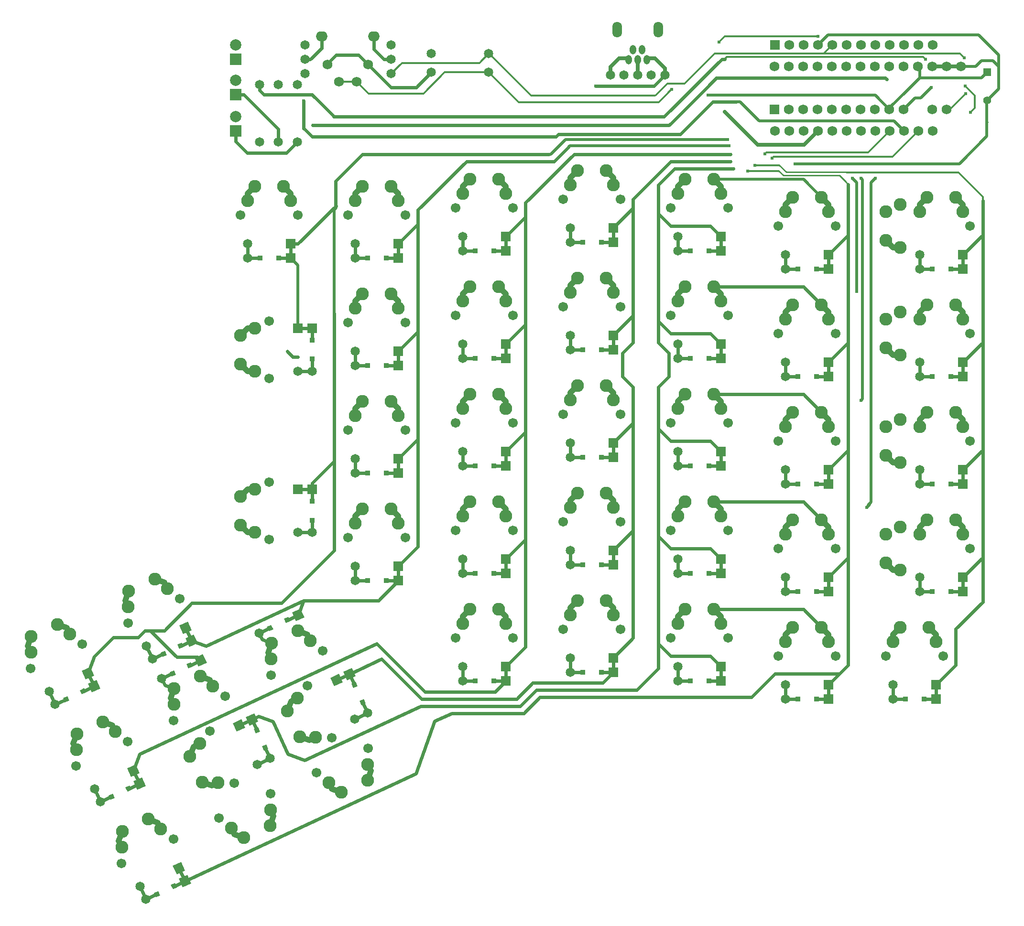
<source format=gbr>
G04 #@! TF.FileFunction,Copper,L1,Top,Signal*
%FSLAX46Y46*%
G04 Gerber Fmt 4.6, Leading zero omitted, Abs format (unit mm)*
G04 Created by KiCad (PCBNEW 4.0.2-stable) date 2016/08/25 14:06:43*
%MOMM*%
G01*
G04 APERTURE LIST*
%ADD10C,0.150000*%
%ADD11C,0.609600*%
%ADD12C,1.651000*%
%ADD13C,2.286000*%
%ADD14C,1.701800*%
%ADD15R,1.752600X1.752600*%
%ADD16C,1.752600*%
%ADD17O,2.057400X1.752600*%
%ADD18R,1.651000X1.651000*%
%ADD19R,0.838200X0.838200*%
%ADD20R,2.000000X2.000000*%
%ADD21C,2.000000*%
%ADD22O,1.143000X1.651000*%
%ADD23O,1.701800X2.794000*%
%ADD24R,1.400000X1.400000*%
%ADD25C,1.400000*%
%ADD26C,2.283460*%
%ADD27C,2.280920*%
%ADD28C,0.609600*%
%ADD29C,0.254000*%
%ADD30C,0.304800*%
%ADD31C,0.508000*%
%ADD32C,1.016000*%
%ADD33C,0.406400*%
%ADD34C,0.812800*%
%ADD35C,0.711200*%
G04 APERTURE END LIST*
D10*
D11*
X53341367Y-147187736D02*
X55286576Y-146280670D01*
X58302224Y-144874450D02*
X60247433Y-143967384D01*
X70605747Y-139135936D02*
X72550956Y-138228870D01*
X75566604Y-136822650D02*
X77511813Y-135915584D01*
X68580000Y-72720200D02*
X70726300Y-72720200D01*
X74053700Y-72720200D02*
X76200000Y-72720200D01*
X80010000Y-92720160D02*
X80010000Y-90573860D01*
X80010000Y-87246460D02*
X80010000Y-85100160D01*
X80010000Y-121295160D02*
X80010000Y-119148860D01*
X80010000Y-115821460D02*
X80010000Y-113675160D01*
X182880000Y-150822660D02*
X185026300Y-150822660D01*
X188353700Y-150822660D02*
X190500000Y-150822660D01*
X87630000Y-91767660D02*
X89776300Y-91767660D01*
X93103700Y-91767660D02*
X95250000Y-91767660D01*
X42515518Y-169049321D02*
X44460727Y-168142255D01*
X47476375Y-166736035D02*
X49421584Y-165828970D01*
X50567318Y-186316241D02*
X52512527Y-185409175D01*
X55528175Y-184002955D02*
X57473384Y-183095890D01*
X34466258Y-151784941D02*
X36411467Y-150877875D01*
X39427115Y-149471655D02*
X41372324Y-148564590D01*
X51730638Y-143735681D02*
X53675847Y-142828615D01*
X56691495Y-141422395D02*
X58636704Y-140515330D01*
X163830000Y-74625200D02*
X165976300Y-74625200D01*
X169303700Y-74625200D02*
X171450000Y-74625200D01*
X144780000Y-71447660D02*
X146926300Y-71447660D01*
X150253700Y-71447660D02*
X152400000Y-71447660D01*
X125730000Y-69850000D02*
X127876300Y-69850000D01*
X131203700Y-69850000D02*
X133350000Y-69850000D01*
X106680000Y-71447660D02*
X108826300Y-71447660D01*
X112153700Y-71447660D02*
X114300000Y-71447660D01*
X144780000Y-147647660D02*
X146926300Y-147647660D01*
X150253700Y-147647660D02*
X152400000Y-147647660D01*
X163830000Y-93672660D02*
X165976300Y-93672660D01*
X169303700Y-93672660D02*
X171450000Y-93672660D01*
X125730000Y-88900000D02*
X127876300Y-88900000D01*
X131203700Y-88900000D02*
X133350000Y-88900000D01*
X106680000Y-90497660D02*
X108826300Y-90497660D01*
X112153700Y-90497660D02*
X114300000Y-90497660D01*
X163830000Y-112722660D02*
X165976300Y-112722660D01*
X169303700Y-112722660D02*
X171450000Y-112722660D01*
X144780000Y-109547660D02*
X146926300Y-109547660D01*
X150253700Y-109547660D02*
X152400000Y-109547660D01*
X125730000Y-107950000D02*
X127876300Y-107950000D01*
X131203700Y-107950000D02*
X133350000Y-107950000D01*
X106680000Y-109547660D02*
X108826300Y-109547660D01*
X112153700Y-109547660D02*
X114300000Y-109547660D01*
X87630000Y-110817660D02*
X89776300Y-110817660D01*
X93103700Y-110817660D02*
X95250000Y-110817660D01*
X163830000Y-131772660D02*
X165976300Y-131772660D01*
X169303700Y-131772660D02*
X171450000Y-131772660D01*
X144780000Y-128597660D02*
X146926300Y-128597660D01*
X150253700Y-128597660D02*
X152400000Y-128597660D01*
X125730000Y-127000000D02*
X127876300Y-127000000D01*
X131203700Y-127000000D02*
X133350000Y-127000000D01*
X106680000Y-128597660D02*
X108826300Y-128597660D01*
X112153700Y-128597660D02*
X114300000Y-128597660D01*
X87630000Y-129867660D02*
X89776300Y-129867660D01*
X93103700Y-129867660D02*
X95250000Y-129867660D01*
X163830000Y-150822660D02*
X165976300Y-150822660D01*
X169303700Y-150822660D02*
X171450000Y-150822660D01*
X125730000Y-146050000D02*
X127876300Y-146050000D01*
X131203700Y-146050000D02*
X133350000Y-146050000D01*
X106680000Y-147647660D02*
X108826300Y-147647660D01*
X112153700Y-147647660D02*
X114300000Y-147647660D01*
X89819101Y-153298162D02*
X88912035Y-151352953D01*
X87505815Y-148337305D02*
X86598750Y-146392096D01*
X72554721Y-161349962D02*
X71647655Y-159404753D01*
X70241435Y-156389105D02*
X69334370Y-154443896D01*
X144780000Y-90497660D02*
X146926300Y-90497660D01*
X150253700Y-90497660D02*
X152400000Y-90497660D01*
X87630000Y-72720200D02*
X89776300Y-72720200D01*
X93103700Y-72720200D02*
X95250000Y-72720200D01*
X187642500Y-131772660D02*
X189788800Y-131772660D01*
X193116200Y-131772660D02*
X195262500Y-131772660D01*
X187642500Y-112722660D02*
X189788800Y-112722660D01*
X193116200Y-112722660D02*
X195262500Y-112722660D01*
X187642500Y-93672660D02*
X189788800Y-93672660D01*
X193116200Y-93672660D02*
X195262500Y-93672660D01*
X187642500Y-74625200D02*
X189788800Y-74625200D01*
X193116200Y-74625200D02*
X195262500Y-74625200D01*
D12*
X78740000Y-40005000D03*
X78740000Y-37465000D03*
X78740000Y-34925000D03*
X93980000Y-40005000D03*
X93980000Y-37465000D03*
X93980000Y-34925000D03*
X53341367Y-147187736D03*
D10*
G36*
X55083862Y-146837623D02*
X54729623Y-146077956D01*
X55489290Y-145723717D01*
X55843529Y-146483384D01*
X55083862Y-146837623D01*
X55083862Y-146837623D01*
G37*
G36*
X59848147Y-145064412D02*
X59150405Y-143568098D01*
X60646719Y-142870356D01*
X61344461Y-144366670D01*
X59848147Y-145064412D01*
X59848147Y-145064412D01*
G37*
G36*
X58099510Y-145431403D02*
X57745271Y-144671736D01*
X58504938Y-144317497D01*
X58859177Y-145077164D01*
X58099510Y-145431403D01*
X58099510Y-145431403D01*
G37*
D12*
X70605747Y-139135936D03*
D10*
G36*
X72348242Y-138785823D02*
X71994003Y-138026156D01*
X72753670Y-137671917D01*
X73107909Y-138431584D01*
X72348242Y-138785823D01*
X72348242Y-138785823D01*
G37*
G36*
X77112527Y-137012612D02*
X76414785Y-135516298D01*
X77911099Y-134818556D01*
X78608841Y-136314870D01*
X77112527Y-137012612D01*
X77112527Y-137012612D01*
G37*
G36*
X75363890Y-137379603D02*
X75009651Y-136619936D01*
X75769318Y-136265697D01*
X76123557Y-137025364D01*
X75363890Y-137379603D01*
X75363890Y-137379603D01*
G37*
D13*
X77434621Y-138754526D03*
X72753017Y-143740174D03*
D14*
X72675456Y-146578921D03*
X81883544Y-142285119D03*
D13*
X79659082Y-140519823D03*
X72830577Y-140901427D03*
X60170241Y-146806326D03*
X55488637Y-151791974D03*
D14*
X55411076Y-154630721D03*
X64619164Y-150336919D03*
D13*
X62394702Y-148571623D03*
X55566197Y-148953227D03*
X85176179Y-167376434D03*
X89857783Y-162390786D03*
D14*
X89935344Y-159552039D03*
X80727256Y-163845841D03*
D13*
X82951718Y-165611137D03*
X89780223Y-165229533D03*
X67909259Y-175425694D03*
X72590863Y-170440046D03*
D14*
X72668424Y-167601299D03*
X63460336Y-171895101D03*
D13*
X65684798Y-173660397D03*
X72513303Y-173278793D03*
D12*
X70665000Y-41985000D03*
X70665000Y-52145000D03*
X73965000Y-41985000D03*
X73965000Y-52145000D03*
X77365000Y-41985000D03*
X77365000Y-52145000D03*
X101085000Y-36465000D03*
X111245000Y-36465000D03*
X101092000Y-39751000D03*
X111252000Y-39751000D03*
D15*
X161925000Y-34925000D03*
D16*
X164465000Y-34925000D03*
X167005000Y-34925000D03*
X169545000Y-34925000D03*
X172085000Y-34925000D03*
X174625000Y-34925000D03*
X177165000Y-34925000D03*
X179705000Y-34925000D03*
X182245000Y-34925000D03*
X184785000Y-34925000D03*
X187325000Y-34925000D03*
X189865000Y-34925000D03*
X189865000Y-50165000D03*
X187325000Y-50165000D03*
X184785000Y-50165000D03*
X182245000Y-50165000D03*
X179705000Y-50165000D03*
X177165000Y-50165000D03*
X174625000Y-50165000D03*
X167005000Y-50165000D03*
X164465000Y-50165000D03*
X161925000Y-50165000D03*
X172085000Y-50165000D03*
X169545000Y-50165000D03*
D17*
X90957400Y-33375600D03*
D16*
X82702400Y-38379400D03*
X87909400Y-41478200D03*
D17*
X81661000Y-33375600D03*
D16*
X84709000Y-41478200D03*
X89916000Y-38379400D03*
D13*
X74930000Y-60020200D03*
X68580000Y-62560200D03*
D14*
X67310000Y-65100200D03*
X77470000Y-65100200D03*
D13*
X76200000Y-62560200D03*
X69850000Y-60020200D03*
D12*
X68580000Y-70180200D03*
D18*
X76200000Y-70180200D03*
D12*
X68580000Y-72720200D03*
D18*
X76200000Y-72720200D03*
D19*
X70726300Y-72720200D03*
X74053700Y-72720200D03*
D13*
X67310000Y-86370160D03*
X69850000Y-92720160D03*
D14*
X72390000Y-93990160D03*
X72390000Y-83830160D03*
D13*
X69850000Y-85100160D03*
X67310000Y-91450160D03*
D12*
X77470000Y-92720160D03*
D18*
X77470000Y-85100160D03*
D12*
X80010000Y-92720160D03*
D18*
X80010000Y-85100160D03*
D19*
X80010000Y-90573860D03*
X80010000Y-87246460D03*
D13*
X67310000Y-114945160D03*
X69850000Y-121295160D03*
D14*
X72390000Y-122565160D03*
X72390000Y-112405160D03*
D13*
X69850000Y-113675160D03*
X67310000Y-120025160D03*
D12*
X77470000Y-121295160D03*
D18*
X77470000Y-113675160D03*
D12*
X80010000Y-121295160D03*
D18*
X80010000Y-113675160D03*
D19*
X80010000Y-119148860D03*
X80010000Y-115821460D03*
D13*
X189230000Y-138122660D03*
X182880000Y-140662660D03*
D14*
X181610000Y-143202660D03*
X191770000Y-143202660D03*
D13*
X190500000Y-140662660D03*
X184150000Y-138122660D03*
D12*
X182880000Y-148282660D03*
D18*
X190500000Y-148282660D03*
D12*
X182880000Y-150822660D03*
D18*
X190500000Y-150822660D03*
D19*
X185026300Y-150822660D03*
X188353700Y-150822660D03*
D13*
X93980000Y-79067660D03*
X87630000Y-81607660D03*
D14*
X86360000Y-84147660D03*
X96520000Y-84147660D03*
D13*
X95250000Y-81607660D03*
X88900000Y-79067660D03*
D12*
X87630000Y-89227660D03*
D18*
X95250000Y-89227660D03*
D12*
X87630000Y-91767660D03*
D18*
X95250000Y-91767660D03*
D19*
X89776300Y-91767660D03*
X93103700Y-91767660D03*
D13*
X42903321Y-154855586D03*
X38221717Y-159841234D03*
D14*
X38144156Y-162679981D03*
X47352244Y-158386179D03*
D13*
X45127782Y-156620883D03*
X38299277Y-157002487D03*
D12*
X41442068Y-166747299D03*
D10*
G36*
X47948847Y-164623976D02*
X47251105Y-163127662D01*
X48747419Y-162429920D01*
X49445161Y-163926234D01*
X47948847Y-164623976D01*
X47948847Y-164623976D01*
G37*
D12*
X42515518Y-169049321D03*
D10*
G36*
X49022298Y-166925998D02*
X48324556Y-165429684D01*
X49820870Y-164731942D01*
X50518612Y-166228256D01*
X49022298Y-166925998D01*
X49022298Y-166925998D01*
G37*
G36*
X44258013Y-168699208D02*
X43903774Y-167939541D01*
X44663441Y-167585302D01*
X45017680Y-168344969D01*
X44258013Y-168699208D01*
X44258013Y-168699208D01*
G37*
G36*
X47273661Y-167292988D02*
X46919422Y-166533321D01*
X47679089Y-166179082D01*
X48033328Y-166938749D01*
X47273661Y-167292988D01*
X47273661Y-167292988D01*
G37*
D13*
X50955121Y-172122506D03*
X46273517Y-177108154D03*
D14*
X46195956Y-179946901D03*
X55404044Y-175653099D03*
D13*
X53179582Y-173887803D03*
X46351077Y-174269407D03*
D12*
X49493868Y-184014219D03*
D10*
G36*
X56000647Y-181890896D02*
X55302905Y-180394582D01*
X56799219Y-179696840D01*
X57496961Y-181193154D01*
X56000647Y-181890896D01*
X56000647Y-181890896D01*
G37*
D12*
X50567318Y-186316241D03*
D10*
G36*
X57074098Y-184192918D02*
X56376356Y-182696604D01*
X57872670Y-181998862D01*
X58570412Y-183495176D01*
X57074098Y-184192918D01*
X57074098Y-184192918D01*
G37*
G36*
X52309813Y-185966128D02*
X51955574Y-185206461D01*
X52715241Y-184852222D01*
X53069480Y-185611889D01*
X52309813Y-185966128D01*
X52309813Y-185966128D01*
G37*
G36*
X55325461Y-184559908D02*
X54971222Y-183800241D01*
X55730889Y-183446002D01*
X56085128Y-184205669D01*
X55325461Y-184559908D01*
X55325461Y-184559908D01*
G37*
D13*
X34854061Y-137591206D03*
X30172457Y-142576854D03*
D14*
X30094896Y-145415601D03*
X39302984Y-141121799D03*
D13*
X37078522Y-139356503D03*
X30250017Y-139738107D03*
D12*
X33392808Y-149482919D03*
D10*
G36*
X39899587Y-147359596D02*
X39201845Y-145863282D01*
X40698159Y-145165540D01*
X41395901Y-146661854D01*
X39899587Y-147359596D01*
X39899587Y-147359596D01*
G37*
D12*
X34466258Y-151784941D03*
D10*
G36*
X40973038Y-149661618D02*
X40275296Y-148165304D01*
X41771610Y-147467562D01*
X42469352Y-148963876D01*
X40973038Y-149661618D01*
X40973038Y-149661618D01*
G37*
G36*
X36208753Y-151434828D02*
X35854514Y-150675161D01*
X36614181Y-150320922D01*
X36968420Y-151080589D01*
X36208753Y-151434828D01*
X36208753Y-151434828D01*
G37*
G36*
X39224401Y-150028608D02*
X38870162Y-149268941D01*
X39629829Y-148914702D01*
X39984068Y-149674369D01*
X39224401Y-150028608D01*
X39224401Y-150028608D01*
G37*
D13*
X52118441Y-129541946D03*
X47436837Y-134527594D03*
D14*
X47359276Y-137366341D03*
X56567364Y-133072539D03*
D13*
X54342902Y-131307243D03*
X47514397Y-131688847D03*
D12*
X50657188Y-141433659D03*
D10*
G36*
X57163967Y-139310336D02*
X56466225Y-137814022D01*
X57962539Y-137116280D01*
X58660281Y-138612594D01*
X57163967Y-139310336D01*
X57163967Y-139310336D01*
G37*
D12*
X51730638Y-143735681D03*
D10*
G36*
X58237418Y-141612358D02*
X57539676Y-140116044D01*
X59035990Y-139418302D01*
X59733732Y-140914616D01*
X58237418Y-141612358D01*
X58237418Y-141612358D01*
G37*
G36*
X53473133Y-143385568D02*
X53118894Y-142625901D01*
X53878561Y-142271662D01*
X54232800Y-143031329D01*
X53473133Y-143385568D01*
X53473133Y-143385568D01*
G37*
G36*
X56488781Y-141979348D02*
X56134542Y-141219681D01*
X56894209Y-140865442D01*
X57248448Y-141625109D01*
X56488781Y-141979348D01*
X56488781Y-141979348D01*
G37*
D13*
X170180000Y-61925200D03*
X163830000Y-64465200D03*
D14*
X162560000Y-67005200D03*
X172720000Y-67005200D03*
D13*
X171450000Y-64465200D03*
X165100000Y-61925200D03*
D12*
X163830000Y-72085200D03*
D18*
X171450000Y-72085200D03*
D12*
X163830000Y-74625200D03*
D18*
X171450000Y-74625200D03*
D19*
X165976300Y-74625200D03*
X169303700Y-74625200D03*
D13*
X151130000Y-58747660D03*
X144780000Y-61287660D03*
D14*
X143510000Y-63827660D03*
X153670000Y-63827660D03*
D13*
X152400000Y-61287660D03*
X146050000Y-58747660D03*
D12*
X144780000Y-68907660D03*
D18*
X152400000Y-68907660D03*
D12*
X144780000Y-71447660D03*
D18*
X152400000Y-71447660D03*
D19*
X146926300Y-71447660D03*
X150253700Y-71447660D03*
D13*
X132080000Y-57150000D03*
X125730000Y-59690000D03*
D14*
X124460000Y-62230000D03*
X134620000Y-62230000D03*
D13*
X133350000Y-59690000D03*
X127000000Y-57150000D03*
D12*
X125730000Y-67310000D03*
D18*
X133350000Y-67310000D03*
D12*
X125730000Y-69850000D03*
D18*
X133350000Y-69850000D03*
D19*
X127876300Y-69850000D03*
X131203700Y-69850000D03*
D13*
X113030000Y-58747660D03*
X106680000Y-61287660D03*
D14*
X105410000Y-63827660D03*
X115570000Y-63827660D03*
D13*
X114300000Y-61287660D03*
X107950000Y-58747660D03*
D12*
X106680000Y-68907660D03*
D18*
X114300000Y-68907660D03*
D12*
X106680000Y-71447660D03*
D18*
X114300000Y-71447660D03*
D19*
X108826300Y-71447660D03*
X112153700Y-71447660D03*
D13*
X151130000Y-134947660D03*
X144780000Y-137487660D03*
D14*
X143510000Y-140027660D03*
X153670000Y-140027660D03*
D13*
X152400000Y-137487660D03*
X146050000Y-134947660D03*
D12*
X144780000Y-145107660D03*
D18*
X152400000Y-145107660D03*
D12*
X144780000Y-147647660D03*
D18*
X152400000Y-147647660D03*
D19*
X146926300Y-147647660D03*
X150253700Y-147647660D03*
D13*
X170180000Y-80972660D03*
X163830000Y-83512660D03*
D14*
X162560000Y-86052660D03*
X172720000Y-86052660D03*
D13*
X171450000Y-83512660D03*
X165100000Y-80972660D03*
D12*
X163830000Y-91132660D03*
D18*
X171450000Y-91132660D03*
D12*
X163830000Y-93672660D03*
D18*
X171450000Y-93672660D03*
D19*
X165976300Y-93672660D03*
X169303700Y-93672660D03*
D13*
X132080000Y-76200000D03*
X125730000Y-78740000D03*
D14*
X124460000Y-81280000D03*
X134620000Y-81280000D03*
D13*
X133350000Y-78740000D03*
X127000000Y-76200000D03*
D12*
X125730000Y-86360000D03*
D18*
X133350000Y-86360000D03*
D12*
X125730000Y-88900000D03*
D18*
X133350000Y-88900000D03*
D19*
X127876300Y-88900000D03*
X131203700Y-88900000D03*
D13*
X113030000Y-77797660D03*
X106680000Y-80337660D03*
D14*
X105410000Y-82877660D03*
X115570000Y-82877660D03*
D13*
X114300000Y-80337660D03*
X107950000Y-77797660D03*
D12*
X106680000Y-87957660D03*
D18*
X114300000Y-87957660D03*
D12*
X106680000Y-90497660D03*
D18*
X114300000Y-90497660D03*
D19*
X108826300Y-90497660D03*
X112153700Y-90497660D03*
D13*
X170180000Y-100022660D03*
X163830000Y-102562660D03*
D14*
X162560000Y-105102660D03*
X172720000Y-105102660D03*
D13*
X171450000Y-102562660D03*
X165100000Y-100022660D03*
D12*
X163830000Y-110182660D03*
D18*
X171450000Y-110182660D03*
D12*
X163830000Y-112722660D03*
D18*
X171450000Y-112722660D03*
D19*
X165976300Y-112722660D03*
X169303700Y-112722660D03*
D13*
X151130000Y-96847660D03*
X144780000Y-99387660D03*
D14*
X143510000Y-101927660D03*
X153670000Y-101927660D03*
D13*
X152400000Y-99387660D03*
X146050000Y-96847660D03*
D12*
X144780000Y-107007660D03*
D18*
X152400000Y-107007660D03*
D12*
X144780000Y-109547660D03*
D18*
X152400000Y-109547660D03*
D19*
X146926300Y-109547660D03*
X150253700Y-109547660D03*
D13*
X132080000Y-95250000D03*
X125730000Y-97790000D03*
D14*
X124460000Y-100330000D03*
X134620000Y-100330000D03*
D13*
X133350000Y-97790000D03*
X127000000Y-95250000D03*
D12*
X125730000Y-105410000D03*
D18*
X133350000Y-105410000D03*
D12*
X125730000Y-107950000D03*
D18*
X133350000Y-107950000D03*
D19*
X127876300Y-107950000D03*
X131203700Y-107950000D03*
D13*
X113030000Y-96847660D03*
X106680000Y-99387660D03*
D14*
X105410000Y-101927660D03*
X115570000Y-101927660D03*
D13*
X114300000Y-99387660D03*
X107950000Y-96847660D03*
D12*
X106680000Y-107007660D03*
D18*
X114300000Y-107007660D03*
D12*
X106680000Y-109547660D03*
D18*
X114300000Y-109547660D03*
D19*
X108826300Y-109547660D03*
X112153700Y-109547660D03*
D13*
X93980000Y-98117660D03*
X87630000Y-100657660D03*
D14*
X86360000Y-103197660D03*
X96520000Y-103197660D03*
D13*
X95250000Y-100657660D03*
X88900000Y-98117660D03*
D12*
X87630000Y-108277660D03*
D18*
X95250000Y-108277660D03*
D12*
X87630000Y-110817660D03*
D18*
X95250000Y-110817660D03*
D19*
X89776300Y-110817660D03*
X93103700Y-110817660D03*
D13*
X170180000Y-119072660D03*
X163830000Y-121612660D03*
D14*
X162560000Y-124152660D03*
X172720000Y-124152660D03*
D13*
X171450000Y-121612660D03*
X165100000Y-119072660D03*
D12*
X163830000Y-129232660D03*
D18*
X171450000Y-129232660D03*
D12*
X163830000Y-131772660D03*
D18*
X171450000Y-131772660D03*
D19*
X165976300Y-131772660D03*
X169303700Y-131772660D03*
D13*
X151130000Y-115897660D03*
X144780000Y-118437660D03*
D14*
X143510000Y-120977660D03*
X153670000Y-120977660D03*
D13*
X152400000Y-118437660D03*
X146050000Y-115897660D03*
D12*
X144780000Y-126057660D03*
D18*
X152400000Y-126057660D03*
D12*
X144780000Y-128597660D03*
D18*
X152400000Y-128597660D03*
D19*
X146926300Y-128597660D03*
X150253700Y-128597660D03*
D13*
X132080000Y-114300000D03*
X125730000Y-116840000D03*
D14*
X124460000Y-119380000D03*
X134620000Y-119380000D03*
D13*
X133350000Y-116840000D03*
X127000000Y-114300000D03*
D12*
X125730000Y-124460000D03*
D18*
X133350000Y-124460000D03*
D12*
X125730000Y-127000000D03*
D18*
X133350000Y-127000000D03*
D19*
X127876300Y-127000000D03*
X131203700Y-127000000D03*
D13*
X113030000Y-115897660D03*
X106680000Y-118437660D03*
D14*
X105410000Y-120977660D03*
X115570000Y-120977660D03*
D13*
X114300000Y-118437660D03*
X107950000Y-115897660D03*
D12*
X106680000Y-126057660D03*
D18*
X114300000Y-126057660D03*
D12*
X106680000Y-128597660D03*
D18*
X114300000Y-128597660D03*
D19*
X108826300Y-128597660D03*
X112153700Y-128597660D03*
D13*
X93980000Y-117167660D03*
X87630000Y-119707660D03*
D14*
X86360000Y-122247660D03*
X96520000Y-122247660D03*
D13*
X95250000Y-119707660D03*
X88900000Y-117167660D03*
D12*
X87630000Y-127327660D03*
D18*
X95250000Y-127327660D03*
D12*
X87630000Y-129867660D03*
D18*
X95250000Y-129867660D03*
D19*
X89776300Y-129867660D03*
X93103700Y-129867660D03*
D13*
X170180000Y-138122660D03*
X163830000Y-140662660D03*
D14*
X162560000Y-143202660D03*
X172720000Y-143202660D03*
D13*
X171450000Y-140662660D03*
X165100000Y-138122660D03*
D12*
X163830000Y-148282660D03*
D18*
X171450000Y-148282660D03*
D12*
X163830000Y-150822660D03*
D18*
X171450000Y-150822660D03*
D19*
X165976300Y-150822660D03*
X169303700Y-150822660D03*
D13*
X132080000Y-133350000D03*
X125730000Y-135890000D03*
D14*
X124460000Y-138430000D03*
X134620000Y-138430000D03*
D13*
X133350000Y-135890000D03*
X127000000Y-133350000D03*
D12*
X125730000Y-143510000D03*
D18*
X133350000Y-143510000D03*
D12*
X125730000Y-146050000D03*
D18*
X133350000Y-146050000D03*
D19*
X127876300Y-146050000D03*
X131203700Y-146050000D03*
D13*
X113030000Y-134947660D03*
X106680000Y-137487660D03*
D14*
X105410000Y-140027660D03*
X115570000Y-140027660D03*
D13*
X114300000Y-137487660D03*
X107950000Y-134947660D03*
D12*
X106680000Y-145107660D03*
D18*
X114300000Y-145107660D03*
D12*
X106680000Y-147647660D03*
D18*
X114300000Y-147647660D03*
D19*
X108826300Y-147647660D03*
X112153700Y-147647660D03*
D13*
X75625366Y-152910359D03*
X80611014Y-157591963D03*
D14*
X83449761Y-157669524D03*
X79155959Y-148461436D03*
D13*
X77390663Y-150685898D03*
X77772267Y-157514403D03*
D12*
X87517079Y-154371612D03*
D10*
G36*
X85393756Y-147864833D02*
X83897442Y-148562575D01*
X83199700Y-147066261D01*
X84696014Y-146368519D01*
X85393756Y-147864833D01*
X85393756Y-147864833D01*
G37*
D12*
X89819101Y-153298162D03*
D10*
G36*
X87695778Y-146791382D02*
X86199464Y-147489124D01*
X85501722Y-145992810D01*
X86998036Y-145295068D01*
X87695778Y-146791382D01*
X87695778Y-146791382D01*
G37*
G36*
X89468988Y-151555667D02*
X88709321Y-151909906D01*
X88355082Y-151150239D01*
X89114749Y-150796000D01*
X89468988Y-151555667D01*
X89468988Y-151555667D01*
G37*
G36*
X88062768Y-148540019D02*
X87303101Y-148894258D01*
X86948862Y-148134591D01*
X87708529Y-147780352D01*
X88062768Y-148540019D01*
X88062768Y-148540019D01*
G37*
D13*
X58360986Y-160962159D03*
X63346634Y-165643763D03*
D14*
X66185381Y-165721324D03*
X61891579Y-156513236D03*
D13*
X60126283Y-158737698D03*
X60507887Y-165566203D03*
D12*
X70252699Y-162423412D03*
D10*
G36*
X68129376Y-155916633D02*
X66633062Y-156614375D01*
X65935320Y-155118061D01*
X67431634Y-154420319D01*
X68129376Y-155916633D01*
X68129376Y-155916633D01*
G37*
D12*
X72554721Y-161349962D03*
D10*
G36*
X70431398Y-154843182D02*
X68935084Y-155540924D01*
X68237342Y-154044610D01*
X69733656Y-153346868D01*
X70431398Y-154843182D01*
X70431398Y-154843182D01*
G37*
G36*
X72204608Y-159607467D02*
X71444941Y-159961706D01*
X71090702Y-159202039D01*
X71850369Y-158847800D01*
X72204608Y-159607467D01*
X72204608Y-159607467D01*
G37*
G36*
X70798388Y-156591819D02*
X70038721Y-156946058D01*
X69684482Y-156186391D01*
X70444149Y-155832152D01*
X70798388Y-156591819D01*
X70798388Y-156591819D01*
G37*
D13*
X151130000Y-77797660D03*
X144780000Y-80337660D03*
D14*
X143510000Y-82877660D03*
X153670000Y-82877660D03*
D13*
X152400000Y-80337660D03*
X146050000Y-77797660D03*
D12*
X144780000Y-87957660D03*
D18*
X152400000Y-87957660D03*
D12*
X144780000Y-90497660D03*
D18*
X152400000Y-90497660D03*
D19*
X146926300Y-90497660D03*
X150253700Y-90497660D03*
D13*
X93980000Y-60020200D03*
X87630000Y-62560200D03*
D14*
X86360000Y-65100200D03*
X96520000Y-65100200D03*
D13*
X95250000Y-62560200D03*
X88900000Y-60020200D03*
D12*
X87630000Y-70180200D03*
D18*
X95250000Y-70180200D03*
D12*
X87630000Y-72720200D03*
D18*
X95250000Y-72720200D03*
D19*
X89776300Y-72720200D03*
X93103700Y-72720200D03*
D16*
X164450000Y-46330000D03*
X166990000Y-46330000D03*
X169530000Y-46330000D03*
X172070000Y-46330000D03*
X174610000Y-46330000D03*
X177150000Y-46330000D03*
X179690000Y-46330000D03*
X182230000Y-46330000D03*
X184770000Y-46330000D03*
X189850000Y-46330000D03*
X192390000Y-46330000D03*
D15*
X161910000Y-46330000D03*
D16*
X194930000Y-38710000D03*
X192390000Y-38710000D03*
X189850000Y-38710000D03*
X187310000Y-38710000D03*
X184770000Y-38710000D03*
X182230000Y-38710000D03*
X179690000Y-38710000D03*
X177150000Y-38710000D03*
X174610000Y-38710000D03*
X172070000Y-38710000D03*
X169530000Y-38710000D03*
X166990000Y-38710000D03*
X164450000Y-38710000D03*
X161910000Y-38710000D03*
D20*
X66465000Y-37465000D03*
D21*
X66465000Y-34925000D03*
D20*
X66465000Y-43765000D03*
D21*
X66465000Y-41225000D03*
D20*
X66465000Y-50165000D03*
D21*
X66465000Y-47625000D03*
D22*
X136042400Y-37553900D03*
X136842500Y-35806380D03*
X137642600Y-37553900D03*
X138442700Y-35806380D03*
X139242800Y-37553900D03*
D23*
X141290040Y-32230060D03*
X133995160Y-32230060D03*
D12*
X135229600Y-40259000D03*
X132816600Y-40259000D03*
X137642600Y-40259000D03*
X142468600Y-40259000D03*
X140055600Y-40259000D03*
D24*
X199517000Y-39751000D03*
D25*
X199517000Y-44751000D03*
D13*
X193992500Y-119072660D03*
X187642500Y-121612660D03*
D14*
X196532500Y-124152660D03*
D26*
X195262500Y-121612660D03*
D13*
X188912500Y-119072660D03*
D12*
X187642500Y-129232660D03*
D18*
X195262500Y-129232660D03*
D12*
X187642500Y-131772660D03*
D18*
X195262500Y-131772660D03*
D19*
X189788800Y-131772660D03*
X193116200Y-131772660D03*
D27*
X181610000Y-121612660D03*
X184150000Y-120342660D03*
X184150000Y-127962660D03*
X181610000Y-126692660D03*
D13*
X193992500Y-100022660D03*
X187642500Y-102562660D03*
D14*
X196532500Y-105102660D03*
D26*
X195262500Y-102562660D03*
D13*
X188912500Y-100022660D03*
D12*
X187642500Y-110182660D03*
D18*
X195262500Y-110182660D03*
D12*
X187642500Y-112722660D03*
D18*
X195262500Y-112722660D03*
D19*
X189788800Y-112722660D03*
X193116200Y-112722660D03*
D27*
X181610000Y-102562660D03*
X184150000Y-101292660D03*
X184150000Y-108912660D03*
X181610000Y-107642660D03*
D13*
X193992500Y-80972660D03*
X187642500Y-83512660D03*
D14*
X196532500Y-86052660D03*
D26*
X195262500Y-83512660D03*
D13*
X188912500Y-80972660D03*
D12*
X187642500Y-91132660D03*
D18*
X195262500Y-91132660D03*
D12*
X187642500Y-93672660D03*
D18*
X195262500Y-93672660D03*
D19*
X189788800Y-93672660D03*
X193116200Y-93672660D03*
D27*
X181610000Y-83512660D03*
X184150000Y-82242660D03*
X184150000Y-89862660D03*
X181610000Y-88592660D03*
D13*
X193992500Y-61925200D03*
X187642500Y-64465200D03*
D14*
X196532500Y-67005200D03*
D26*
X195262500Y-64465200D03*
D13*
X188912500Y-61925200D03*
D12*
X187642500Y-72085200D03*
D18*
X195262500Y-72085200D03*
D12*
X187642500Y-74625200D03*
D18*
X195262500Y-74625200D03*
D19*
X189788800Y-74625200D03*
X193116200Y-74625200D03*
D27*
X181610000Y-64465200D03*
X184150000Y-63195200D03*
X184150000Y-70815200D03*
X181610000Y-69545200D03*
D28*
X158369000Y-56261000D03*
X157099000Y-57277000D03*
X154051000Y-55562500D03*
X154559000Y-56832500D03*
X154051000Y-54292500D03*
X153797000Y-52800000D03*
X153543000Y-51689000D03*
X188595000Y-37465000D03*
X80165000Y-49165000D03*
X196565000Y-46865000D03*
X195665000Y-42165000D03*
X181737000Y-41021000D03*
X78465000Y-44865000D03*
X161417000Y-54991000D03*
X160147000Y-54229000D03*
X179705000Y-58547000D03*
X178181000Y-116840000D03*
X177165000Y-97917000D03*
X177165000Y-58547000D03*
X176403000Y-78613000D03*
X175641000Y-58547000D03*
X143637000Y-42799000D03*
X152019000Y-34417000D03*
X169545000Y-33401000D03*
X195707000Y-43561000D03*
X195453000Y-37211000D03*
X130175000Y-42164000D03*
X165495000Y-55975000D03*
X189665000Y-42465000D03*
X153035000Y-46736000D03*
X150114000Y-43815000D03*
D11*
X76527660Y-90180160D02*
X75565000Y-89217500D01*
X77470000Y-90180160D02*
X76527660Y-90180160D01*
D29*
X167355000Y-57475000D02*
X174569000Y-57475000D01*
X174569000Y-57475000D02*
X174625000Y-57531000D01*
X163945000Y-57475000D02*
X167355000Y-57475000D01*
X162755000Y-56285000D02*
X163945000Y-57475000D01*
X162755000Y-56261000D02*
X162755000Y-56285000D01*
D30*
X194437000Y-57531000D02*
X174625000Y-57531000D01*
X198755000Y-62547500D02*
X198755000Y-61849000D01*
D11*
X198755000Y-68592700D02*
X198755000Y-62547500D01*
D30*
X198755000Y-61849000D02*
X194437000Y-57531000D01*
X162755000Y-56261000D02*
X158369000Y-56261000D01*
D11*
X195262500Y-129232660D02*
X198755000Y-125740160D01*
X195262500Y-91132660D02*
X198755000Y-87640160D01*
X190500000Y-148282660D02*
X190500000Y-150822660D01*
X198755000Y-133664960D02*
X198755000Y-125740160D01*
X195262500Y-110182660D02*
X195262500Y-112722660D01*
X193992500Y-144790160D02*
X193992500Y-138427460D01*
X198755000Y-125740160D02*
X198755000Y-106690160D01*
X193992500Y-138427460D02*
X198755000Y-133664960D01*
X195262500Y-72085200D02*
X198755000Y-68592700D01*
X195262500Y-91132660D02*
X195262500Y-93672660D01*
X195262500Y-110182660D02*
X198755000Y-106690160D01*
X190500000Y-148282660D02*
X193992500Y-144790160D01*
X195262500Y-129232660D02*
X195262500Y-131772660D01*
X198755000Y-106690160D02*
X198755000Y-87640160D01*
X195262500Y-72085200D02*
X195262500Y-74625200D01*
X198755000Y-87640160D02*
X198755000Y-68592700D01*
D29*
X174493000Y-59177000D02*
X174942500Y-59626500D01*
D30*
X162615000Y-57277000D02*
X157099000Y-57277000D01*
D11*
X174942500Y-60960000D02*
X174942500Y-59626500D01*
X174942500Y-68580000D02*
X174942500Y-60960000D01*
D30*
X174493000Y-59177000D02*
X173445000Y-58129000D01*
D29*
X162615000Y-57277000D02*
X162660142Y-57277000D01*
X162660142Y-57277000D02*
X163445000Y-58061858D01*
X163445000Y-58061858D02*
X168118142Y-58061858D01*
X173411858Y-58061858D02*
X173445000Y-58095000D01*
X173445000Y-58095000D02*
X173445000Y-58129000D01*
X168118142Y-58061858D02*
X173411858Y-58061858D01*
D11*
X98333560Y-164043360D02*
X101711760Y-154759660D01*
X101711760Y-154759660D02*
X104729280Y-153352500D01*
X57472580Y-183095900D02*
X98333560Y-164043360D01*
X174942500Y-144790160D02*
X174942500Y-125740160D01*
X174942500Y-125740160D02*
X174942500Y-106690160D01*
X173360080Y-146372580D02*
X174942500Y-144790160D01*
X171450000Y-91132660D02*
X171450000Y-93672660D01*
X171450000Y-129232660D02*
X171450000Y-131772660D01*
X171450000Y-72085200D02*
X171450000Y-74625200D01*
X171450000Y-110182660D02*
X174942500Y-106690160D01*
X171450000Y-148282660D02*
X171450000Y-150822660D01*
X174942500Y-106690160D02*
X174942500Y-87640160D01*
X56400700Y-180794660D02*
X57472580Y-183095900D01*
X171450000Y-72085200D02*
X171450000Y-72072500D01*
X161919920Y-146372580D02*
X157797500Y-150495000D01*
X171450000Y-91132660D02*
X174942500Y-87640160D01*
X161919920Y-146372580D02*
X173360080Y-146372580D01*
X104729280Y-153352500D02*
X117475000Y-153352500D01*
X120332500Y-150495000D02*
X117475000Y-153352500D01*
X157797500Y-150495000D02*
X120332500Y-150495000D01*
X171450000Y-72072500D02*
X174942500Y-68580000D01*
X171450000Y-129232660D02*
X174942500Y-125740160D01*
X171450000Y-148282660D02*
X173360080Y-146372580D01*
X171450000Y-110182660D02*
X171450000Y-112722660D01*
X174942500Y-68580000D02*
X174942500Y-87640160D01*
X86601300Y-146392900D02*
X92301060Y-143736060D01*
X131445000Y-147955000D02*
X133350000Y-146050000D01*
X92301060Y-143736060D02*
X99377500Y-150812500D01*
X133350000Y-67310000D02*
X136842500Y-63817500D01*
X134937500Y-93662500D02*
X134937500Y-89535000D01*
X133350000Y-105410000D02*
X133350000Y-107950000D01*
X133350000Y-124460000D02*
X136842500Y-120967500D01*
X133350000Y-105410000D02*
X136842500Y-101917500D01*
X136842500Y-140017500D02*
X136842500Y-120967500D01*
X133350000Y-143510000D02*
X133350000Y-146050000D01*
X84297520Y-147464780D02*
X86601300Y-146392900D01*
X131445000Y-147955000D02*
X119062500Y-147955000D01*
X136842500Y-87630000D02*
X136842500Y-82867500D01*
X133350000Y-143510000D02*
X136842500Y-140017500D01*
X133350000Y-124460000D02*
X133350000Y-127000000D01*
X116205000Y-150812500D02*
X99377500Y-150812500D01*
X133350000Y-86360000D02*
X136842500Y-82867500D01*
X119062500Y-147955000D02*
X116205000Y-150812500D01*
X134937500Y-89535000D02*
X136842500Y-87630000D01*
X136842500Y-95567500D02*
X134937500Y-93662500D01*
X133350000Y-67310000D02*
X133350000Y-69850000D01*
X133350000Y-86360000D02*
X133350000Y-88900000D01*
X136842500Y-120967500D02*
X136842500Y-101917500D01*
X136842500Y-101917500D02*
X136842500Y-95567500D01*
X136842500Y-63817500D02*
X136842500Y-62230000D01*
X136842500Y-82867500D02*
X136842500Y-63817500D01*
X136842500Y-62230000D02*
X143510000Y-55562500D01*
X154051000Y-55562500D02*
X143510000Y-55562500D01*
X154559000Y-56832500D02*
X144145000Y-56832500D01*
X144145000Y-56832500D02*
X141287500Y-59690000D01*
X141287500Y-64770000D02*
X141287500Y-59690000D01*
X143510000Y-105092500D02*
X141287500Y-102870000D01*
X143510000Y-143192500D02*
X141287500Y-140970000D01*
X152400000Y-145107660D02*
X150484840Y-143192500D01*
X150484840Y-143192500D02*
X143510000Y-143192500D01*
X143192500Y-93662500D02*
X143192500Y-89535000D01*
X152400000Y-107007660D02*
X150484840Y-105092500D01*
X152400000Y-107007660D02*
X152400000Y-109547660D01*
X141287500Y-87630000D02*
X141287500Y-83820000D01*
X152400000Y-126057660D02*
X150484840Y-124142500D01*
X152400000Y-68907660D02*
X152400000Y-71447660D01*
X152400000Y-68907660D02*
X150484840Y-66992500D01*
X141287500Y-95567500D02*
X143192500Y-93662500D01*
X150484840Y-86042500D02*
X143510000Y-86042500D01*
X141287500Y-140970000D02*
X141287500Y-121920000D01*
X150484840Y-124142500D02*
X143510000Y-124142500D01*
X150484840Y-105092500D02*
X143510000Y-105092500D01*
X143510000Y-86042500D02*
X141287500Y-83820000D01*
X152400000Y-145107660D02*
X152400000Y-147647660D01*
X143510000Y-124142500D02*
X141287500Y-121920000D01*
X152400000Y-87957660D02*
X152400000Y-90497660D01*
X99192080Y-152082500D02*
X116840000Y-152082500D01*
X141287500Y-102870000D02*
X141287500Y-95567500D01*
X119697500Y-149225000D02*
X116840000Y-152082500D01*
X141287500Y-145415000D02*
X141287500Y-140970000D01*
X152400000Y-126057660D02*
X152400000Y-128597660D01*
X141287500Y-145415000D02*
X137477500Y-149225000D01*
X137477500Y-149225000D02*
X119697500Y-149225000D01*
X143192500Y-89535000D02*
X141287500Y-87630000D01*
X152400000Y-87957660D02*
X150484840Y-86042500D01*
X150484840Y-66992500D02*
X143510000Y-66992500D01*
X141287500Y-121920000D02*
X141287500Y-102870000D01*
X70487540Y-153906220D02*
X73017380Y-154828240D01*
X69334380Y-154442160D02*
X70487540Y-153906220D01*
X75702160Y-160583880D02*
X78656180Y-161658300D01*
X73017380Y-154828240D02*
X75702160Y-160583880D01*
X78656180Y-161658300D02*
X99192080Y-152082500D01*
X67033140Y-155516580D02*
X69334380Y-154442160D01*
X143510000Y-66992500D02*
X141287500Y-64770000D01*
X141287500Y-83820000D02*
X141287500Y-64770000D01*
X117792500Y-65415160D02*
X117792500Y-62865000D01*
X154051000Y-54292500D02*
X126365000Y-54292500D01*
X126365000Y-54292500D02*
X117792500Y-62865000D01*
X114300000Y-87957660D02*
X117792500Y-84465160D01*
X114300000Y-145107660D02*
X117792500Y-141615160D01*
X117792500Y-84465160D02*
X117792500Y-65415160D01*
X114300000Y-107007660D02*
X117792500Y-103515160D01*
X114300000Y-87957660D02*
X114300000Y-90497660D01*
X114300000Y-107007660D02*
X114300000Y-109547660D01*
X117792500Y-141615160D02*
X117792500Y-122565160D01*
X114300000Y-68907660D02*
X114300000Y-71447660D01*
X48348900Y-163527740D02*
X49423320Y-165831520D01*
X114300000Y-126057660D02*
X117792500Y-122565160D01*
X117792500Y-122565160D02*
X117792500Y-103515160D01*
X48348900Y-163527740D02*
X49423320Y-160576260D01*
X114300000Y-147647660D02*
X112405160Y-149542500D01*
X114300000Y-145107660D02*
X114300000Y-147647660D01*
X117792500Y-103515160D02*
X117792500Y-84465160D01*
X114300000Y-126057660D02*
X114300000Y-128597660D01*
X49423320Y-160576260D02*
X91450160Y-140980160D01*
X114300000Y-68907660D02*
X117792500Y-65415160D01*
X112405160Y-149542500D02*
X100012500Y-149542500D01*
X100012500Y-149542500D02*
X91450160Y-140980160D01*
D31*
X125635000Y-52800000D02*
X125412500Y-53022500D01*
D11*
X107315000Y-55562500D02*
X98742500Y-64135000D01*
X98742500Y-66687700D02*
X98742500Y-64135000D01*
X122872500Y-55562500D02*
X107315000Y-55562500D01*
X125412500Y-53022500D02*
X122872500Y-55562500D01*
D31*
X153797000Y-52800000D02*
X125635000Y-52800000D01*
D11*
X95250000Y-70180200D02*
X98742500Y-66687700D01*
X95250000Y-89227660D02*
X95250000Y-89217500D01*
X58635900Y-140515340D02*
X61168280Y-141437360D01*
X91732100Y-133385560D02*
X78432660Y-133385560D01*
X95250000Y-89227660D02*
X95250000Y-91767660D01*
X98742500Y-104785160D02*
X98742500Y-104775000D01*
X95250000Y-108277660D02*
X98742500Y-104785160D01*
X98742500Y-104775000D02*
X98742500Y-85725000D01*
X77513180Y-135917940D02*
X78432660Y-133385560D01*
X98742500Y-123835160D02*
X95250000Y-127327660D01*
X57564020Y-138211560D02*
X58635900Y-140515340D01*
X61168280Y-141437360D02*
X78432660Y-133385560D01*
X95250000Y-70180200D02*
X95250000Y-72720200D01*
X95250000Y-129867660D02*
X91732100Y-133385560D01*
X98742500Y-85725000D02*
X98742500Y-66687700D01*
X98742500Y-104785160D02*
X98742500Y-123835160D01*
X95250000Y-89217500D02*
X98742500Y-85725000D01*
X95250000Y-108277660D02*
X95250000Y-110817660D01*
X95250000Y-127327660D02*
X95250000Y-129867660D01*
D31*
X124841000Y-51689000D02*
X153543000Y-51689000D01*
X124841000Y-51689000D02*
X124333000Y-52197000D01*
X122237500Y-54292500D02*
X124333000Y-52197000D01*
X121793000Y-54292500D02*
X122237500Y-54292500D01*
X77470000Y-85100160D02*
X77470000Y-73990200D01*
X77470000Y-73990200D02*
X76200000Y-72720200D01*
X83900000Y-82500000D02*
X83900000Y-64100000D01*
X84200000Y-63800000D02*
X84200000Y-63437500D01*
X83900000Y-64100000D02*
X84200000Y-63800000D01*
D11*
X84200000Y-63437500D02*
X84137500Y-63500000D01*
X84137500Y-59055000D02*
X84137500Y-63500000D01*
X88900000Y-54292500D02*
X84137500Y-59055000D01*
X121793000Y-54292500D02*
X88900000Y-54292500D01*
X121920000Y-54292500D02*
X121793000Y-54292500D01*
X77457300Y-70180200D02*
X84200000Y-63437500D01*
X76200000Y-70180200D02*
X77457300Y-70180200D01*
X83900000Y-103000000D02*
X83900000Y-82500000D01*
X80010000Y-113675160D02*
X80010000Y-112590000D01*
X80010000Y-112590000D02*
X83900000Y-108700000D01*
X83900000Y-111300000D02*
X83900000Y-108700000D01*
X83900000Y-111300000D02*
X83900000Y-124500000D01*
X74600000Y-133800000D02*
X83900000Y-124500000D01*
X51200000Y-138700000D02*
X53800000Y-138700000D01*
X53800000Y-138700000D02*
X58700000Y-133800000D01*
X58700000Y-133800000D02*
X74600000Y-133800000D01*
X83900000Y-108700000D02*
X83900000Y-103000000D01*
X51300000Y-138700000D02*
X51200000Y-138700000D01*
X51200000Y-138700000D02*
X50400000Y-138700000D01*
X51300000Y-138700000D02*
X56000000Y-143400000D01*
X59680049Y-143400000D02*
X56000000Y-143400000D01*
X50400000Y-138700000D02*
X49200000Y-139900000D01*
X44800000Y-139900000D02*
X49200000Y-139900000D01*
X41390660Y-143309340D02*
X44800000Y-139900000D01*
X41374060Y-143309340D02*
X40297100Y-146263360D01*
X41374060Y-143309340D02*
X41390660Y-143309340D01*
X59680049Y-143400000D02*
X60247433Y-143967384D01*
X40297100Y-146263360D02*
X41371520Y-148564600D01*
X77470000Y-113675160D02*
X80010000Y-113675160D01*
X76200000Y-70180200D02*
X76200000Y-72720200D01*
X77470000Y-85100160D02*
X80010000Y-85100160D01*
X141986000Y-47665000D02*
X142327000Y-47665000D01*
X142835000Y-47157000D02*
X152527000Y-37465000D01*
X152527000Y-37465000D02*
X153035000Y-37465000D01*
X83865000Y-47665000D02*
X141986000Y-47665000D01*
D30*
X153035000Y-37465000D02*
X153441398Y-37058602D01*
X186055000Y-37058602D02*
X186156602Y-37058602D01*
X155829000Y-37058602D02*
X186156602Y-37058602D01*
X153441398Y-37058602D02*
X155829000Y-37058602D01*
X186055000Y-37058602D02*
X186664602Y-37058602D01*
D11*
X142327000Y-47665000D02*
X142835000Y-47157000D01*
X78965000Y-43765000D02*
X79965000Y-43765000D01*
X83865000Y-47665000D02*
X80465000Y-44265000D01*
X80165000Y-43965000D02*
X80465000Y-44265000D01*
X70665000Y-42965000D02*
X70665000Y-41985000D01*
X70665000Y-42965000D02*
X71465000Y-43765000D01*
X71465000Y-43765000D02*
X78965000Y-43765000D01*
X79965000Y-43765000D02*
X80165000Y-43965000D01*
D30*
X188188602Y-37058602D02*
X188595000Y-37465000D01*
X186664602Y-37058602D02*
X188188602Y-37058602D01*
X186563000Y-37058602D02*
X186664602Y-37058602D01*
D11*
X83765000Y-47665000D02*
X83865000Y-47665000D01*
X80165000Y-49165000D02*
X80045000Y-49165000D01*
X80865000Y-49165000D02*
X80045000Y-49165000D01*
X80665000Y-49165000D02*
X80865000Y-49165000D01*
X80865000Y-49165000D02*
X143165000Y-49165000D01*
D30*
X197365000Y-46065000D02*
X196565000Y-46865000D01*
X197365000Y-43865000D02*
X197365000Y-46065000D01*
X195665000Y-42165000D02*
X197365000Y-43865000D01*
D11*
X181481000Y-40765000D02*
X181737000Y-41021000D01*
D30*
X181381000Y-40665000D02*
X181737000Y-41021000D01*
D11*
X143165000Y-49165000D02*
X143465000Y-48865000D01*
X150315000Y-42015000D02*
X143465000Y-48865000D01*
X143365000Y-48965000D02*
X143465000Y-48865000D01*
X179465000Y-40765000D02*
X181481000Y-40765000D01*
X154165000Y-40765000D02*
X179465000Y-40765000D01*
X151865000Y-40765000D02*
X151565000Y-40765000D01*
X151565000Y-40765000D02*
X150315000Y-42015000D01*
X154265000Y-40765000D02*
X154165000Y-40765000D01*
X154165000Y-40765000D02*
X151865000Y-40765000D01*
X150315000Y-42015000D02*
X150365000Y-41965000D01*
D30*
X178965000Y-40665000D02*
X179565000Y-40665000D01*
X154165000Y-40665000D02*
X154265000Y-40765000D01*
D11*
X78465000Y-49765000D02*
X78565000Y-49765000D01*
X78465000Y-44865000D02*
X78465000Y-49765000D01*
X79972201Y-51172201D02*
X83157799Y-51172201D01*
X78565000Y-49765000D02*
X79972201Y-51172201D01*
D31*
X183007000Y-48387000D02*
X184785000Y-50165000D01*
X154813000Y-45015000D02*
X155759000Y-45015000D01*
X155759000Y-45015000D02*
X159131000Y-48387000D01*
X159131000Y-48387000D02*
X183007000Y-48387000D01*
X155137000Y-45015000D02*
X154813000Y-45015000D01*
D11*
X150915000Y-45015000D02*
X155137000Y-45015000D01*
X145150598Y-50779402D02*
X150915000Y-45015000D01*
X123565000Y-50779402D02*
X145150598Y-50779402D01*
X123422201Y-50922201D02*
X123565000Y-50779402D01*
X123172201Y-51172201D02*
X123422201Y-50922201D01*
X83157799Y-51172201D02*
X123172201Y-51172201D01*
D30*
X171577000Y-54737000D02*
X182753000Y-54737000D01*
X161417000Y-54991000D02*
X161671000Y-54737000D01*
X161671000Y-54737000D02*
X171577000Y-54737000D01*
X182753000Y-54737000D02*
X187325000Y-50165000D01*
X177150000Y-46330000D02*
X177648000Y-46330000D01*
X177150000Y-46330000D02*
X177402108Y-46330000D01*
D31*
X177150000Y-46330000D02*
X177430000Y-46330000D01*
D32*
X34853880Y-137591800D02*
X36540440Y-138206480D01*
X76240640Y-151223980D02*
X77393800Y-150685500D01*
X85176360Y-167375840D02*
X83487260Y-166761160D01*
X44592240Y-155470860D02*
X45128180Y-156621480D01*
X53807360Y-130154680D02*
X54343300Y-131307840D01*
X50954940Y-172123100D02*
X52644040Y-172737780D01*
X75628500Y-152910540D02*
X76240640Y-151223980D01*
X58976260Y-159273240D02*
X60126880Y-158737300D01*
X83487260Y-166761160D02*
X82951320Y-165610540D01*
X66222880Y-174812960D02*
X65684400Y-173662340D01*
X52644040Y-172737780D02*
X53179980Y-173888400D01*
X58361580Y-160962340D02*
X58976260Y-159273240D01*
X67909440Y-175427640D02*
X66222880Y-174812960D01*
X36540440Y-138206480D02*
X37078920Y-139357100D01*
X52118260Y-129542540D02*
X53807360Y-130154680D01*
X42903140Y-154856180D02*
X44592240Y-155470860D01*
D30*
X165227000Y-53975000D02*
X178435000Y-53975000D01*
X160147000Y-54229000D02*
X160401000Y-53975000D01*
X160401000Y-53975000D02*
X165227000Y-53975000D01*
X178435000Y-53975000D02*
X182245000Y-50165000D01*
X174610000Y-46330000D02*
X175054216Y-46330000D01*
D31*
X182081250Y-50328750D02*
X182245000Y-50165000D01*
X174610000Y-46330000D02*
X174610000Y-46410000D01*
D32*
X132080000Y-133350000D02*
X133350000Y-134620000D01*
X190500000Y-139392660D02*
X190500000Y-140662660D01*
X170180000Y-138122660D02*
X171450000Y-139392660D01*
X189230000Y-138122660D02*
X190500000Y-139392660D01*
D11*
X167005000Y-134947660D02*
X170180000Y-138122660D01*
D32*
X114300000Y-136217660D02*
X114300000Y-137487660D01*
X133350000Y-134620000D02*
X133350000Y-135890000D01*
X113030000Y-134947660D02*
X114300000Y-136217660D01*
X151130000Y-134947660D02*
X152400000Y-136217660D01*
D11*
X151130000Y-134947660D02*
X167005000Y-134947660D01*
D32*
X77434440Y-138755120D02*
X79123540Y-139369800D01*
X152400000Y-136217660D02*
X152400000Y-137487660D01*
X60170060Y-146806920D02*
X61856620Y-147421600D01*
X171450000Y-139392660D02*
X171450000Y-140662660D01*
X79123540Y-139369800D02*
X79659480Y-140520420D01*
X61856620Y-147421600D02*
X62395100Y-148572220D01*
D31*
X178943000Y-75311000D02*
X178943000Y-115951000D01*
X179705000Y-58547000D02*
X178943000Y-59309000D01*
X178943000Y-59309000D02*
X178943000Y-75311000D01*
X178435000Y-116459000D02*
X178435000Y-116586000D01*
X178943000Y-115951000D02*
X178435000Y-116459000D01*
X178435000Y-116586000D02*
X178181000Y-116840000D01*
X178689000Y-116332000D02*
X178435000Y-116586000D01*
D30*
X179705000Y-50165000D02*
X179485000Y-50165000D01*
D33*
X179705000Y-50165000D02*
X179575000Y-50165000D01*
D30*
X172070000Y-46330000D02*
X172070000Y-46610000D01*
D32*
X93980000Y-117167660D02*
X95250000Y-118437660D01*
X193992500Y-119072660D02*
X195262500Y-120342660D01*
X114300000Y-117167660D02*
X114300000Y-118437660D01*
D11*
X151130000Y-115897660D02*
X167005000Y-115897660D01*
D32*
X95250000Y-118437660D02*
X95250000Y-119707660D01*
X132080000Y-114300000D02*
X133350000Y-115570000D01*
X170180000Y-119072660D02*
X171450000Y-120342660D01*
X171450000Y-120342660D02*
X171450000Y-121612660D01*
X151130000Y-115897660D02*
X152400000Y-117167660D01*
X113030000Y-115897660D02*
X114300000Y-117167660D01*
X67310000Y-114945160D02*
X68580000Y-113675160D01*
X133350000Y-115570000D02*
X133350000Y-116840000D01*
X68580000Y-113675160D02*
X69850000Y-113675160D01*
D11*
X167005000Y-115897660D02*
X170180000Y-119072660D01*
D32*
X152400000Y-117167660D02*
X152400000Y-118437660D01*
X195262500Y-120342660D02*
X195262500Y-121612660D01*
D31*
X177419000Y-62103000D02*
X177419000Y-97663000D01*
X177419000Y-97663000D02*
X177165000Y-97917000D01*
X177419000Y-58801000D02*
X177419000Y-62103000D01*
X177165000Y-58547000D02*
X177419000Y-58801000D01*
D30*
X169530000Y-46330000D02*
X169630000Y-46330000D01*
D33*
X169530000Y-46330000D02*
X169530000Y-46350000D01*
X177165000Y-50165000D02*
X177105000Y-50165000D01*
D32*
X171450000Y-101292660D02*
X171450000Y-102562660D01*
X132080000Y-95250000D02*
X133350000Y-96520000D01*
X114300000Y-98117660D02*
X114300000Y-99387660D01*
X195262500Y-101292660D02*
X195262500Y-102562660D01*
X170180000Y-100022660D02*
X171450000Y-101292660D01*
D11*
X151130000Y-96847660D02*
X167005000Y-96847660D01*
D32*
X93980000Y-98117660D02*
X95250000Y-99387660D01*
X152400000Y-98117660D02*
X152400000Y-99387660D01*
X151130000Y-96847660D02*
X152400000Y-98117660D01*
D11*
X167005000Y-96847660D02*
X170180000Y-100022660D01*
D32*
X193992500Y-100022660D02*
X195262500Y-101292660D01*
X113030000Y-96847660D02*
X114300000Y-98117660D01*
X95250000Y-99387660D02*
X95250000Y-100657660D01*
X133350000Y-96520000D02*
X133350000Y-97790000D01*
X195262500Y-82242660D02*
X195262500Y-83512660D01*
X193992500Y-80972660D02*
X195262500Y-82242660D01*
D31*
X176403000Y-59309000D02*
X176403000Y-78613000D01*
X175641000Y-58547000D02*
X176403000Y-59309000D01*
D11*
X151130000Y-77797660D02*
X159817660Y-77797660D01*
X167005000Y-77797660D02*
X162765000Y-77797660D01*
X167005000Y-77797660D02*
X170180000Y-80972660D01*
X162765000Y-77797660D02*
X159817660Y-77797660D01*
D32*
X114300000Y-79067660D02*
X114300000Y-80337660D01*
X93980000Y-79067660D02*
X95250000Y-80337660D01*
X170180000Y-80972660D02*
X171450000Y-82242660D01*
X171450000Y-82242660D02*
X171450000Y-83512660D01*
X67310000Y-86370160D02*
X68580000Y-85100160D01*
X151130000Y-77797660D02*
X152400000Y-79067660D01*
X152400000Y-79067660D02*
X152400000Y-80337660D01*
X95250000Y-80337660D02*
X95250000Y-81607660D01*
X68580000Y-85100160D02*
X69850000Y-85100160D01*
X133350000Y-77470000D02*
X133350000Y-78740000D01*
X132080000Y-76200000D02*
X133350000Y-77470000D01*
X113030000Y-77797660D02*
X114300000Y-79067660D01*
D33*
X164465000Y-46345000D02*
X164450000Y-46330000D01*
D31*
X170180000Y-61925200D02*
X167002460Y-58747660D01*
X167002460Y-58747660D02*
X151130000Y-58747660D01*
D32*
X133350000Y-58420000D02*
X133350000Y-59690000D01*
X76200000Y-61290200D02*
X76200000Y-62560200D01*
X93980000Y-60020200D02*
X95250000Y-61290200D01*
X151130000Y-58747660D02*
X152400000Y-60017660D01*
X152400000Y-60017660D02*
X152400000Y-61287660D01*
X171450000Y-63195200D02*
X171450000Y-64465200D01*
X170180000Y-61925200D02*
X171450000Y-63195200D01*
X95250000Y-61290200D02*
X95250000Y-62560200D01*
X114300000Y-60017660D02*
X114300000Y-61287660D01*
X74930000Y-60020200D02*
X76200000Y-61290200D01*
X113030000Y-58747660D02*
X114300000Y-60017660D01*
X195262500Y-63195200D02*
X195262500Y-64465200D01*
X193992500Y-61925200D02*
X195262500Y-63195200D01*
X132080000Y-57150000D02*
X133350000Y-58420000D01*
D30*
X103488602Y-39751000D02*
X103488602Y-39767398D01*
X111252000Y-39751000D02*
X103488602Y-39751000D01*
X99695000Y-43561000D02*
X89992200Y-43561000D01*
X103488602Y-39767398D02*
X99695000Y-43561000D01*
X89992200Y-43561000D02*
X87909400Y-41478200D01*
X111252000Y-39751000D02*
X116586000Y-45085000D01*
X143637000Y-42799000D02*
X143601000Y-42835000D01*
X143601000Y-42835000D02*
X143601000Y-42841000D01*
X140335000Y-45085000D02*
X141351000Y-45085000D01*
X116586000Y-45085000D02*
X140335000Y-45085000D01*
X141351000Y-45085000D02*
X142875000Y-43561000D01*
X143601000Y-42841000D02*
X142875000Y-43561000D01*
X153035000Y-33401000D02*
X169545000Y-33401000D01*
X153035000Y-33401000D02*
X152019000Y-34417000D01*
X84709000Y-41478200D02*
X87909400Y-41478200D01*
X101092000Y-38100000D02*
X109610000Y-38100000D01*
X93980000Y-40005000D02*
X95885000Y-38100000D01*
X101092000Y-38100000D02*
X95885000Y-38100000D01*
X109610000Y-38100000D02*
X111245000Y-36465000D01*
X111245000Y-36465000D02*
X111365000Y-36465000D01*
X111365000Y-36465000D02*
X118814602Y-43914602D01*
X118765000Y-43865000D02*
X118765000Y-43914602D01*
X118814602Y-43914602D02*
X118765000Y-43865000D01*
X139572458Y-43914602D02*
X140743398Y-43914602D01*
X145923000Y-41783000D02*
X142875000Y-41783000D01*
X150241000Y-37465000D02*
X147447000Y-40259000D01*
X162179000Y-36449000D02*
X170561000Y-36449000D01*
X150241000Y-37465000D02*
X151257000Y-36449000D01*
X162179000Y-36449000D02*
X151257000Y-36449000D01*
X147447000Y-40259000D02*
X145923000Y-41783000D01*
X140843000Y-43815000D02*
X142875000Y-41783000D01*
X140743940Y-43914060D02*
X140843000Y-43815000D01*
X140743398Y-43914602D02*
X140743940Y-43914060D01*
X185547000Y-36449000D02*
X194691000Y-36449000D01*
X195707000Y-43561000D02*
X192938000Y-46330000D01*
X194691000Y-36449000D02*
X195453000Y-37211000D01*
X170561000Y-36449000D02*
X185547000Y-36449000D01*
X170561000Y-36449000D02*
X172085000Y-34925000D01*
X118765000Y-43914602D02*
X139572458Y-43914602D01*
X139572458Y-43914602D02*
X139573000Y-43914060D01*
X192938000Y-46330000D02*
X192390000Y-46330000D01*
D34*
X192405000Y-46315000D02*
X192390000Y-46330000D01*
D11*
X134493000Y-42164000D02*
X140563600Y-42164000D01*
X130175000Y-42164000D02*
X134493000Y-42164000D01*
X140563600Y-42164000D02*
X142468600Y-40259000D01*
D31*
X198501000Y-37719000D02*
X200533000Y-37719000D01*
X200533000Y-37719000D02*
X201549000Y-38735000D01*
X196977000Y-38735000D02*
X197485000Y-38735000D01*
X194955000Y-38735000D02*
X196977000Y-38735000D01*
X197485000Y-38735000D02*
X198501000Y-37719000D01*
X201549000Y-36703000D02*
X201549000Y-38735000D01*
X200533000Y-35687000D02*
X201549000Y-36703000D01*
X201549000Y-38735000D02*
X201549000Y-42719000D01*
X201549000Y-42719000D02*
X199517000Y-44751000D01*
X197993000Y-33147000D02*
X200533000Y-35687000D01*
X196469000Y-33147000D02*
X197993000Y-33147000D01*
X169545000Y-34925000D02*
X171323000Y-33147000D01*
X173355000Y-33147000D02*
X171323000Y-33147000D01*
X190881000Y-33147000D02*
X173355000Y-33147000D01*
X196215000Y-33147000D02*
X190881000Y-33147000D01*
X196469000Y-33147000D02*
X196215000Y-33147000D01*
X199497000Y-48895000D02*
X199497000Y-44771000D01*
X199497000Y-44771000D02*
X199517000Y-44751000D01*
X199497000Y-48621000D02*
X199497000Y-48895000D01*
X199497000Y-48895000D02*
X199497000Y-51121000D01*
X199497000Y-51121000D02*
X194691000Y-55927000D01*
X192151000Y-56005000D02*
X194613000Y-56005000D01*
X194613000Y-56005000D02*
X194691000Y-55927000D01*
X182753000Y-56005000D02*
X165525000Y-56005000D01*
X165525000Y-56005000D02*
X165495000Y-55975000D01*
X192153000Y-56005000D02*
X192151000Y-56005000D01*
X192151000Y-56005000D02*
X182753000Y-56005000D01*
X182753000Y-56005000D02*
X182685000Y-56005000D01*
D33*
X165495000Y-55975000D02*
X165525000Y-56005000D01*
D31*
X199517000Y-48601000D02*
X199497000Y-48621000D01*
D35*
X139242800Y-37279580D02*
X140679580Y-37279580D01*
X140679580Y-37279580D02*
X142468600Y-39068600D01*
X142468600Y-39068600D02*
X142468600Y-40259000D01*
D31*
X187765000Y-44365000D02*
X189665000Y-42465000D01*
X187765000Y-44365000D02*
X186735000Y-44365000D01*
X186735000Y-44365000D02*
X184770000Y-46330000D01*
X194955000Y-38735000D02*
X194930000Y-38710000D01*
D35*
X192390000Y-38710000D02*
X194930000Y-38710000D01*
X189850000Y-38710000D02*
X192390000Y-38710000D01*
D11*
X184770000Y-46330000D02*
X185014000Y-46330000D01*
X96647000Y-42418000D02*
X98425000Y-42418000D01*
X89941400Y-38379400D02*
X93980000Y-42418000D01*
X93980000Y-42418000D02*
X96647000Y-42418000D01*
X98425000Y-42418000D02*
X101092000Y-39751000D01*
X89916000Y-38379400D02*
X89941400Y-38379400D01*
D35*
X153035000Y-46736000D02*
X158877000Y-52578000D01*
X167132000Y-52578000D02*
X169545000Y-50165000D01*
X158877000Y-52578000D02*
X167132000Y-52578000D01*
D11*
X88239600Y-36703000D02*
X89916000Y-38379400D01*
X84201000Y-36703000D02*
X88239600Y-36703000D01*
X82702400Y-38201600D02*
X84201000Y-36703000D01*
D30*
X82702400Y-38379400D02*
X82702400Y-38201600D01*
D31*
X196672198Y-40767000D02*
X198501000Y-40767000D01*
X187579000Y-40767000D02*
X196672198Y-40767000D01*
X198501000Y-40767000D02*
X199517000Y-39751000D01*
X179715000Y-43815000D02*
X182230000Y-46330000D01*
X153797000Y-43815000D02*
X163195000Y-43815000D01*
X163195000Y-43815000D02*
X179715000Y-43815000D01*
X154051000Y-43815000D02*
X153797000Y-43815000D01*
X150114000Y-43815000D02*
X154051000Y-43815000D01*
D35*
X136042400Y-37279580D02*
X134350420Y-37279580D01*
X132816600Y-38813400D02*
X132816600Y-40259000D01*
X134350420Y-37279580D02*
X132816600Y-38813400D01*
D11*
X136042400Y-37279580D02*
X135856980Y-37465000D01*
D31*
X182230000Y-46330000D02*
X182230000Y-46340000D01*
X187579000Y-38979000D02*
X187579000Y-40767000D01*
X185547000Y-42799000D02*
X185420000Y-42926000D01*
X185420000Y-42926000D02*
X182230000Y-46116000D01*
X187579000Y-40767000D02*
X185547000Y-42799000D01*
X187579000Y-38979000D02*
X187310000Y-38710000D01*
X182230000Y-46330000D02*
X182230000Y-46116000D01*
D11*
X187325000Y-38725000D02*
X187310000Y-38710000D01*
D32*
X54950360Y-150642320D02*
X55488840Y-151792940D01*
X55565040Y-148953220D02*
X54950360Y-150642320D01*
D11*
X55565040Y-148953220D02*
X53878480Y-148338540D01*
X53878480Y-148338540D02*
X53340000Y-147187920D01*
X71142860Y-140289280D02*
X70606920Y-139136120D01*
X72829420Y-140901420D02*
X71142860Y-140289280D01*
D32*
X72829420Y-140901420D02*
X72217280Y-142590520D01*
X72217280Y-142590520D02*
X72753220Y-143741140D01*
D35*
X137642600Y-37279580D02*
X137642600Y-40259000D01*
X138442700Y-36080700D02*
X138442700Y-35587300D01*
D11*
X92710000Y-37465000D02*
X93980000Y-37465000D01*
X90957400Y-33375600D02*
X90957400Y-35712400D01*
X90957400Y-35712400D02*
X92710000Y-37465000D01*
X81661000Y-33375600D02*
X81661000Y-35496500D01*
X79692500Y-37465000D02*
X78740000Y-37465000D01*
X81661000Y-35496500D02*
X79692500Y-37465000D01*
X66465000Y-43765000D02*
X67865000Y-43765000D01*
X73965000Y-49865000D02*
X73965000Y-52145000D01*
X67865000Y-43765000D02*
X73965000Y-49865000D01*
X68465000Y-54065000D02*
X75445000Y-54065000D01*
X66465000Y-50165000D02*
X66465000Y-52065000D01*
X66465000Y-52065000D02*
X67865000Y-53465000D01*
X68465000Y-54065000D02*
X67865000Y-53465000D01*
X75445000Y-54065000D02*
X77365000Y-52145000D01*
D32*
X29634180Y-141427200D02*
X30172660Y-142577820D01*
X30248860Y-139738100D02*
X29634180Y-141427200D01*
D11*
X33393380Y-149484080D02*
X34465260Y-151785320D01*
D32*
X47513240Y-131688840D02*
X46901100Y-133375400D01*
X46901100Y-133375400D02*
X47437040Y-134526020D01*
D11*
X50657760Y-141432280D02*
X51729640Y-143736060D01*
X41442640Y-166748460D02*
X42517060Y-169052240D01*
D32*
X37685980Y-158691580D02*
X38221920Y-159842200D01*
X38300660Y-157005020D02*
X37685980Y-158691580D01*
X79461360Y-158127700D02*
X80611980Y-157591760D01*
X90393520Y-163540440D02*
X89857580Y-162389820D01*
X89778840Y-165229540D02*
X90393520Y-163540440D01*
D11*
X87518240Y-154371040D02*
X89822020Y-153299160D01*
D32*
X77774800Y-157515560D02*
X79461360Y-158127700D01*
X72514460Y-173278800D02*
X73129140Y-171592240D01*
X73129140Y-171592240D02*
X72590660Y-170441620D01*
X60507880Y-165564820D02*
X62196980Y-166179500D01*
X62196980Y-166179500D02*
X63347600Y-165643560D01*
D11*
X70253860Y-162422840D02*
X72555100Y-161348420D01*
D32*
X45737780Y-175955960D02*
X46273720Y-177109120D01*
D11*
X49494440Y-184015380D02*
X50566320Y-186316620D01*
D32*
X46349920Y-174269400D02*
X45737780Y-175955960D01*
D11*
X106680000Y-145107660D02*
X106680000Y-147647660D01*
D32*
X106680000Y-136217660D02*
X106680000Y-137487660D01*
X107950000Y-134947660D02*
X106680000Y-136217660D01*
D11*
X125730000Y-143510000D02*
X125730000Y-146050000D01*
D32*
X125730000Y-134620000D02*
X125730000Y-135890000D01*
X127000000Y-133350000D02*
X125730000Y-134620000D01*
X146050000Y-134947660D02*
X144780000Y-136217660D01*
X144780000Y-136217660D02*
X144780000Y-137487660D01*
D11*
X144780000Y-145107660D02*
X144780000Y-147647660D01*
D32*
X163830000Y-139392660D02*
X163830000Y-140662660D01*
D11*
X163830000Y-148282660D02*
X163830000Y-150822660D01*
D32*
X165100000Y-138122660D02*
X163830000Y-139392660D01*
X184150000Y-138122660D02*
X182880000Y-139392660D01*
D11*
X182880000Y-148282660D02*
X182880000Y-150822660D01*
D32*
X182880000Y-139392660D02*
X182880000Y-140662660D01*
X68580000Y-121295160D02*
X69850000Y-121295160D01*
D11*
X77470000Y-121295160D02*
X80010000Y-121295160D01*
D32*
X67310000Y-120025160D02*
X68580000Y-121295160D01*
X88900000Y-117167660D02*
X87630000Y-118437660D01*
X87630000Y-118437660D02*
X87630000Y-119707660D01*
D11*
X87630000Y-127327660D02*
X87630000Y-129867660D01*
D32*
X106680000Y-117167660D02*
X106680000Y-118437660D01*
X107950000Y-115897660D02*
X106680000Y-117167660D01*
D11*
X106680000Y-126057660D02*
X106680000Y-128597660D01*
D32*
X125730000Y-115570000D02*
X125730000Y-116840000D01*
D11*
X125730000Y-124460000D02*
X125730000Y-127000000D01*
D32*
X127000000Y-114300000D02*
X125730000Y-115570000D01*
X144780000Y-117167660D02*
X144780000Y-118437660D01*
D11*
X144780000Y-126057660D02*
X144780000Y-128597660D01*
D32*
X146050000Y-115897660D02*
X144780000Y-117167660D01*
D11*
X163830000Y-129232660D02*
X163830000Y-131772660D01*
D32*
X163830000Y-120342660D02*
X163830000Y-121612660D01*
X165100000Y-119072660D02*
X163830000Y-120342660D01*
X181610000Y-126692660D02*
X182880000Y-127962660D01*
X187642500Y-120342660D02*
X187642500Y-121612660D01*
D11*
X187642500Y-129232660D02*
X187642500Y-131772660D01*
D32*
X188912500Y-119072660D02*
X187642500Y-120342660D01*
X182880000Y-127962660D02*
X184150000Y-127962660D01*
D11*
X87630000Y-108277660D02*
X87630000Y-110817660D01*
D32*
X87630000Y-99387660D02*
X87630000Y-100657660D01*
X88900000Y-98117660D02*
X87630000Y-99387660D01*
X107950000Y-96847660D02*
X106680000Y-98117660D01*
X106680000Y-98117660D02*
X106680000Y-99387660D01*
D11*
X106680000Y-107007660D02*
X106680000Y-109547660D01*
X125730000Y-105410000D02*
X125730000Y-107950000D01*
D32*
X127000000Y-95250000D02*
X125730000Y-96520000D01*
X125730000Y-96520000D02*
X125730000Y-97790000D01*
X146050000Y-96847660D02*
X144780000Y-98117660D01*
X144780000Y-98117660D02*
X144780000Y-99387660D01*
D11*
X144780000Y-107007660D02*
X144780000Y-109547660D01*
D32*
X165100000Y-100022660D02*
X163830000Y-101292660D01*
D11*
X163830000Y-110182660D02*
X163830000Y-112722660D01*
D32*
X163830000Y-101292660D02*
X163830000Y-102562660D01*
X182880000Y-108912660D02*
X184150000Y-108912660D01*
D11*
X187642500Y-110182660D02*
X187642500Y-112722660D01*
D32*
X188912500Y-100022660D02*
X187642500Y-101292660D01*
X181610000Y-107642660D02*
X182880000Y-108912660D01*
X187642500Y-101292660D02*
X187642500Y-102562660D01*
X68580000Y-92720160D02*
X69850000Y-92720160D01*
D11*
X77470000Y-92720160D02*
X80010000Y-92720160D01*
D32*
X67310000Y-91450160D02*
X68580000Y-92720160D01*
D11*
X87630000Y-89227660D02*
X87630000Y-91767660D01*
D32*
X87630000Y-80337660D02*
X87630000Y-81607660D01*
X88900000Y-79067660D02*
X87630000Y-80337660D01*
D11*
X106680000Y-87957660D02*
X106680000Y-90497660D01*
D32*
X107950000Y-77797660D02*
X106680000Y-79067660D01*
X106680000Y-79067660D02*
X106680000Y-80337660D01*
X125730000Y-77470000D02*
X125730000Y-78740000D01*
X127000000Y-76200000D02*
X125730000Y-77470000D01*
D11*
X125730000Y-86360000D02*
X125730000Y-88900000D01*
X144780000Y-87957660D02*
X144780000Y-90497660D01*
D32*
X144780000Y-79067660D02*
X144780000Y-80337660D01*
X146050000Y-77797660D02*
X144780000Y-79067660D01*
X163830000Y-82242660D02*
X163830000Y-83512660D01*
D11*
X163830000Y-91132660D02*
X163830000Y-93672660D01*
D32*
X165100000Y-80972660D02*
X163830000Y-82242660D01*
D11*
X187642500Y-91132660D02*
X187642500Y-93672660D01*
D32*
X188912500Y-80972660D02*
X187642500Y-82242660D01*
X187642500Y-82242660D02*
X187642500Y-83512660D01*
X182880000Y-89862660D02*
X184150000Y-89862660D01*
X181610000Y-88592660D02*
X182880000Y-89862660D01*
D11*
X68580000Y-70180200D02*
X68580000Y-72720200D01*
D32*
X69850000Y-60020200D02*
X68580000Y-61290200D01*
X68580000Y-61290200D02*
X68580000Y-62560200D01*
D11*
X87630000Y-70180200D02*
X87630000Y-72720200D01*
D32*
X87630000Y-61290200D02*
X87630000Y-62560200D01*
X88900000Y-60020200D02*
X87630000Y-61290200D01*
D11*
X106680000Y-68907660D02*
X106680000Y-71447660D01*
D32*
X107950000Y-58747660D02*
X106680000Y-60017660D01*
X106680000Y-60017660D02*
X106680000Y-61287660D01*
X127000000Y-57150000D02*
X125730000Y-58420000D01*
X125730000Y-58420000D02*
X125730000Y-59690000D01*
D11*
X125730000Y-67310000D02*
X125730000Y-69850000D01*
D32*
X146050000Y-58747660D02*
X144780000Y-60017660D01*
X144780000Y-60017660D02*
X144780000Y-61287660D01*
D11*
X144780000Y-68907660D02*
X144780000Y-71447660D01*
D32*
X165100000Y-61925200D02*
X163830000Y-63195200D01*
X163830000Y-63195200D02*
X163830000Y-64465200D01*
D11*
X163830000Y-72085200D02*
X163830000Y-74625200D01*
D32*
X181610000Y-69545200D02*
X182880000Y-70815200D01*
X188912500Y-61925200D02*
X187642500Y-63195200D01*
X187642500Y-63195200D02*
X187642500Y-64465200D01*
D11*
X187642500Y-72085200D02*
X187642500Y-74625200D01*
D32*
X182880000Y-70815200D02*
X184150000Y-70815200D01*
D31*
X184770000Y-38710000D02*
X185260000Y-38710000D01*
D30*
X179690000Y-46330000D02*
X179919204Y-46330000D01*
D31*
X179690000Y-46330000D02*
X179830000Y-46330000D01*
D33*
X162355000Y-46775000D02*
X161910000Y-46330000D01*
D31*
X182230000Y-38710000D02*
X182230000Y-38960000D01*
X161925000Y-50165000D02*
X162435000Y-50165000D01*
M02*

</source>
